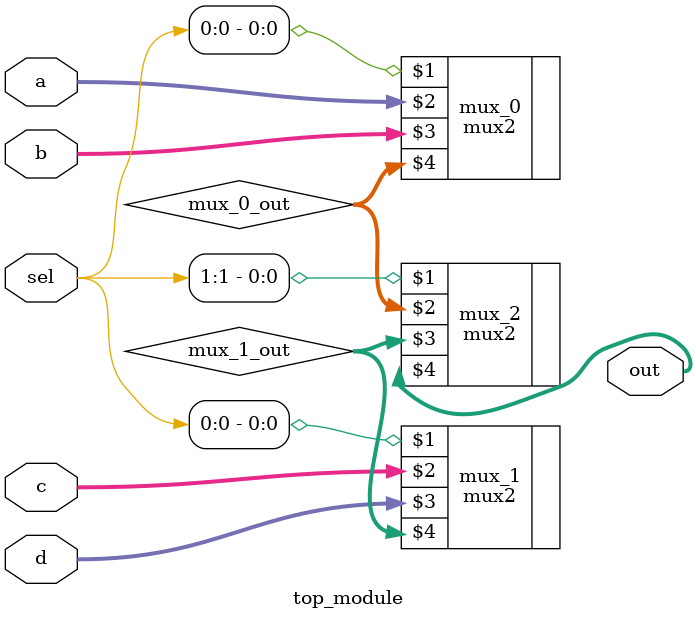
<source format=v>
module top_module (
    input  [1:0] sel,
    input  [7:0] a,
    input  [7:0] b,
    input  [7:0] c,
    input  [7:0] d,
    output [7:0] out
);

    // 在纸上画出mux的连接方式就很好写
    wire [7:0] mux_0_out, mux_1_out;
    mux2 mux_0 (
        sel[0],
        a,
        b,
        mux_0_out
    );
    mux2 mux_1 (
        sel[0],
        c,
        d,
        mux_1_out
    );
    mux2 mux_2 (
        sel[1],
        mux_0_out,
        mux_1_out,
        out
    );


endmodule

</source>
